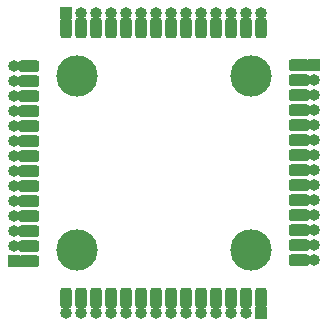
<source format=gbr>
G04 #@! TF.GenerationSoftware,KiCad,Pcbnew,(6.0.8)*
G04 #@! TF.CreationDate,2022-11-09T16:14:19-08:00*
G04 #@! TF.ProjectId,caravel_breakout_QFN,63617261-7665-46c5-9f62-7265616b6f75,rev?*
G04 #@! TF.SameCoordinates,Original*
G04 #@! TF.FileFunction,Soldermask,Bot*
G04 #@! TF.FilePolarity,Negative*
%FSLAX46Y46*%
G04 Gerber Fmt 4.6, Leading zero omitted, Abs format (unit mm)*
G04 Created by KiCad (PCBNEW (6.0.8)) date 2022-11-09 16:14:19*
%MOMM*%
%LPD*%
G01*
G04 APERTURE LIST*
G04 Aperture macros list*
%AMRoundRect*
0 Rectangle with rounded corners*
0 $1 Rounding radius*
0 $2 $3 $4 $5 $6 $7 $8 $9 X,Y pos of 4 corners*
0 Add a 4 corners polygon primitive as box body*
4,1,4,$2,$3,$4,$5,$6,$7,$8,$9,$2,$3,0*
0 Add four circle primitives for the rounded corners*
1,1,$1+$1,$2,$3*
1,1,$1+$1,$4,$5*
1,1,$1+$1,$6,$7*
1,1,$1+$1,$8,$9*
0 Add four rect primitives between the rounded corners*
20,1,$1+$1,$2,$3,$4,$5,0*
20,1,$1+$1,$4,$5,$6,$7,0*
20,1,$1+$1,$6,$7,$8,$9,0*
20,1,$1+$1,$8,$9,$2,$3,0*%
G04 Aperture macros list end*
%ADD10R,1.000000X1.000000*%
%ADD11RoundRect,0.250000X-0.250000X0.625000X-0.250000X-0.625000X0.250000X-0.625000X0.250000X0.625000X0*%
%ADD12O,1.000000X1.000000*%
%ADD13RoundRect,0.250000X-0.625000X-0.250000X0.625000X-0.250000X0.625000X0.250000X-0.625000X0.250000X0*%
%ADD14RoundRect,0.250000X0.250000X-0.625000X0.250000X0.625000X-0.250000X0.625000X-0.250000X-0.625000X0*%
%ADD15C,3.500000*%
%ADD16RoundRect,0.250000X0.625000X0.250000X-0.625000X0.250000X-0.625000X-0.250000X0.625000X-0.250000X0*%
G04 APERTURE END LIST*
D10*
X127381000Y-80782000D03*
D11*
X127381000Y-82052000D03*
D12*
X128651000Y-80782000D03*
D11*
X128651000Y-82052000D03*
X129921000Y-82052000D03*
D12*
X129921000Y-80782000D03*
D11*
X131191000Y-82052000D03*
D12*
X131191000Y-80782000D03*
D11*
X132461000Y-82052000D03*
D12*
X132461000Y-80782000D03*
X133731000Y-80782000D03*
D11*
X133731000Y-82052000D03*
X135001000Y-82052000D03*
D12*
X135001000Y-80782000D03*
X136271000Y-80782000D03*
D11*
X136271000Y-82052000D03*
D12*
X137541000Y-80782000D03*
D11*
X137541000Y-82052000D03*
D12*
X138811000Y-80782000D03*
D11*
X138811000Y-82052000D03*
D12*
X140081000Y-80782000D03*
D11*
X140081000Y-82052000D03*
D12*
X141351000Y-80782000D03*
D11*
X141351000Y-82052000D03*
D12*
X142621000Y-80782000D03*
D11*
X142621000Y-82052000D03*
X143891000Y-82052000D03*
D12*
X143891000Y-80782000D03*
D10*
X122930000Y-101730000D03*
D13*
X124200000Y-101730000D03*
X124200000Y-100460000D03*
D12*
X122930000Y-100460000D03*
X122930000Y-99190000D03*
D13*
X124200000Y-99190000D03*
D12*
X122930000Y-97920000D03*
D13*
X124200000Y-97920000D03*
X124200000Y-96650000D03*
D12*
X122930000Y-96650000D03*
D13*
X124200000Y-95380000D03*
D12*
X122930000Y-95380000D03*
D13*
X124200000Y-94110000D03*
D12*
X122930000Y-94110000D03*
X122930000Y-92840000D03*
D13*
X124200000Y-92840000D03*
X124200000Y-91570000D03*
D12*
X122930000Y-91570000D03*
X122930000Y-90300000D03*
D13*
X124200000Y-90300000D03*
X124200000Y-89030000D03*
D12*
X122930000Y-89030000D03*
D13*
X124200000Y-87760000D03*
D12*
X122930000Y-87760000D03*
X122930000Y-86490000D03*
D13*
X124200000Y-86490000D03*
X124200000Y-85220000D03*
D12*
X122930000Y-85220000D03*
D10*
X143880000Y-106170000D03*
D14*
X143880000Y-104900000D03*
D12*
X142610000Y-106170000D03*
D14*
X142610000Y-104900000D03*
X141340000Y-104900000D03*
D12*
X141340000Y-106170000D03*
D14*
X140070000Y-104900000D03*
D12*
X140070000Y-106170000D03*
D14*
X138800000Y-104900000D03*
D12*
X138800000Y-106170000D03*
X137530000Y-106170000D03*
D14*
X137530000Y-104900000D03*
D12*
X136260000Y-106170000D03*
D14*
X136260000Y-104900000D03*
D12*
X134990000Y-106170000D03*
D14*
X134990000Y-104900000D03*
X133720000Y-104900000D03*
D12*
X133720000Y-106170000D03*
D14*
X132450000Y-104900000D03*
D12*
X132450000Y-106170000D03*
D14*
X131180000Y-104900000D03*
D12*
X131180000Y-106170000D03*
X129910000Y-106170000D03*
D14*
X129910000Y-104900000D03*
X128640000Y-104900000D03*
D12*
X128640000Y-106170000D03*
X127370000Y-106170000D03*
D14*
X127370000Y-104900000D03*
D15*
X128270000Y-100838000D03*
X143002000Y-86106000D03*
X128270000Y-86106000D03*
X143002000Y-100838000D03*
D16*
X147056000Y-85178600D03*
D10*
X148326000Y-85178600D03*
D16*
X147056000Y-86448600D03*
D12*
X148326000Y-86448600D03*
X148326000Y-87718600D03*
D16*
X147056000Y-87718600D03*
X147056000Y-88988600D03*
D12*
X148326000Y-88988600D03*
D16*
X147056000Y-90258600D03*
D12*
X148326000Y-90258600D03*
X148326000Y-91528600D03*
D16*
X147056000Y-91528600D03*
D12*
X148326000Y-92798600D03*
D16*
X147056000Y-92798600D03*
X147056000Y-94068600D03*
D12*
X148326000Y-94068600D03*
X148326000Y-95338600D03*
D16*
X147056000Y-95338600D03*
X147056000Y-96608600D03*
D12*
X148326000Y-96608600D03*
D16*
X147056000Y-97878600D03*
D12*
X148326000Y-97878600D03*
X148326000Y-99148600D03*
D16*
X147056000Y-99148600D03*
D12*
X148326000Y-100418600D03*
D16*
X147056000Y-100418600D03*
D12*
X148326000Y-101688600D03*
D16*
X147056000Y-101688600D03*
M02*

</source>
